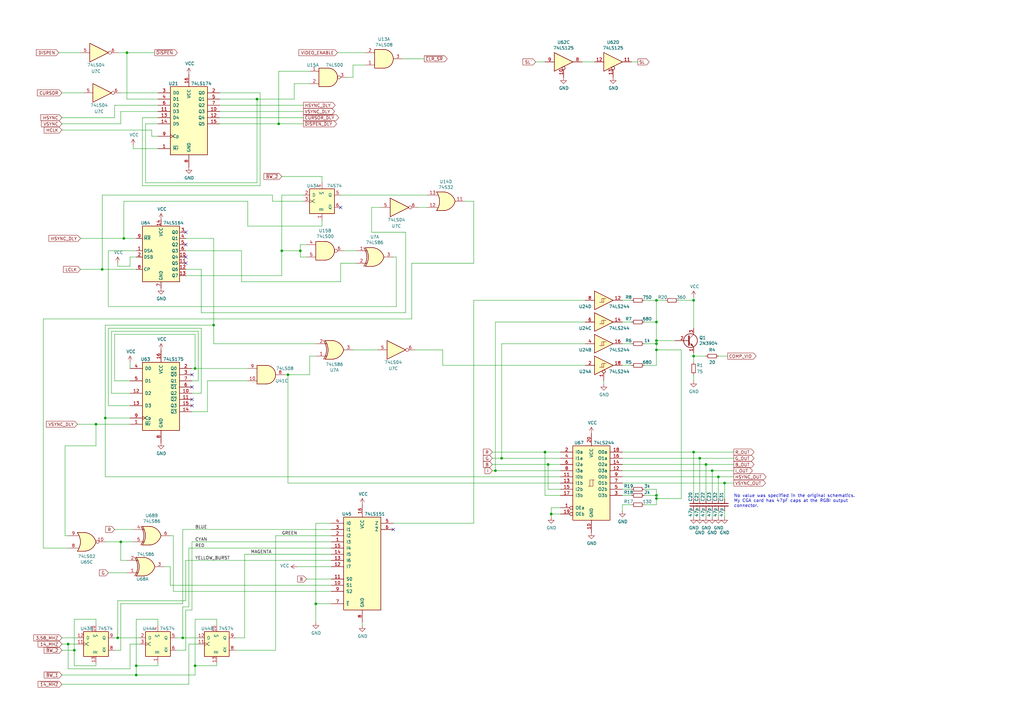
<source format=kicad_sch>
(kicad_sch (version 20230121) (generator eeschema)
  (paper "A3")
  (lib_symbols
    (symbol "74xx:74HC164"
      (property "Reference" "U" (at 1.905 -13.97 0))
      (property "Value" "74HC164" (at 1.905 -16.51 0))
      (symbol "74HC164_1_1"
        (pin input line (at -10.16 0 0) (length 2.54) (name "DSA") (number "1"))
        (pin output line (at 10.16 -2.54 180) (length 2.54) (name "Q4") (number "10"))
        (pin output line (at 10.16 -5.08 180) (length 2.54) (name "Q5") (number "11"))
        (pin output line (at 10.16 -7.62 180) (length 2.54) (name "Q6") (number "12"))
        (pin output line (at 10.16 -10.16 180) (length 2.54) (name "Q7") (number "13"))
        (pin power_in line (at 0 12.7 270) (length 2.54) (name "VCC") (number "14"))
        (pin input line (at -10.16 -2.54 0) (length 2.54) (name "DSB") (number "2"))
        (pin output line (at 10.16 7.62 180) (length 2.54) (name "Q0") (number "3"))
        (pin output line (at 10.16 5.08 180) (length 2.54) (name "Q1") (number "4"))
        (pin output line (at 10.16 2.54 180) (length 2.54) (name "Q2") (number "5"))
        (pin output line (at 10.16 0 180) (length 2.54) (name "Q3") (number "6"))
        (pin power_in line (at 0 -15.24 90) (length 2.54) (name "GND") (number "7"))
        (pin input line (at -10.16 -7.62 0) (length 2.54) (name "CP") (number "8"))
        (pin input line (at -10.16 5.08 0) (length 2.54) (name "~{MR}") (number "9"))
      )
    )
    (symbol "74xx:74LS00" (pin_names (offset 1.016))
      (property "Reference" "U" (at 0 1.27 0))
      (property "Value" "74LS00" (at 0 -1.27 0))
      (symbol "74LS00_1_1"
        (pin input line (at -7.62 2.54 0) (length 3.81) (name "~") (number "1"))
        (pin input line (at -7.62 -2.54 0) (length 3.81) (name "~") (number "2"))
        (pin output inverted (at 7.62 0 180) (length 3.81) (name "~") (number "3"))
      )
      (symbol "74LS00_1_2"
        (pin input inverted (at -7.62 2.54 0) (length 4.318) (name "~") (number "1"))
        (pin input inverted (at -7.62 -2.54 0) (length 4.318) (name "~") (number "2"))
        (pin output line (at 7.62 0 180) (length 3.81) (name "~") (number "3"))
      )
      (symbol "74LS00_2_1"
        (pin input line (at -7.62 2.54 0) (length 3.81) (name "~") (number "4"))
        (pin input line (at -7.62 -2.54 0) (length 3.81) (name "~") (number "5"))
        (pin output inverted (at 7.62 0 180) (length 3.81) (name "~") (number "6"))
      )
      (symbol "74LS00_2_2"
        (pin input inverted (at -7.62 2.54 0) (length 4.318) (name "~") (number "4"))
        (pin input inverted (at -7.62 -2.54 0) (length 4.318) (name "~") (number "5"))
        (pin output line (at 7.62 0 180) (length 3.81) (name "~") (number "6"))
      )
      (symbol "74LS00_3_1"
        (pin input line (at -7.62 -2.54 0) (length 3.81) (name "~") (number "10"))
        (pin output inverted (at 7.62 0 180) (length 3.81) (name "~") (number "8"))
        (pin input line (at -7.62 2.54 0) (length 3.81) (name "~") (number "9"))
      )
      (symbol "74LS00_3_2"
        (pin input inverted (at -7.62 -2.54 0) (length 4.318) (name "~") (number "10"))
        (pin output line (at 7.62 0 180) (length 3.81) (name "~") (number "8"))
        (pin input inverted (at -7.62 2.54 0) (length 4.318) (name "~") (number "9"))
      )
      (symbol "74LS00_4_1"
        (pin output inverted (at 7.62 0 180) (length 3.81) (name "~") (number "11"))
        (pin input line (at -7.62 2.54 0) (length 3.81) (name "~") (number "12"))
        (pin input line (at -7.62 -2.54 0) (length 3.81) (name "~") (number "13"))
      )
      (symbol "74LS00_4_2"
        (pin output line (at 7.62 0 180) (length 3.81) (name "~") (number "11"))
        (pin input inverted (at -7.62 2.54 0) (length 4.318) (name "~") (number "12"))
        (pin input inverted (at -7.62 -2.54 0) (length 4.318) (name "~") (number "13"))
      )
      (symbol "74LS00_5_0"
        (pin power_in line (at 0 12.7 270) (length 5.08) (name "VCC") (number "14"))
        (pin power_in line (at 0 -12.7 90) (length 5.08) (name "GND") (number "7"))
      )
    )
    (symbol "74xx:74LS02" (pin_names (offset 1.016))
      (property "Reference" "U" (at 0 1.27 0))
      (property "Value" "74LS02" (at 0 -1.27 0))
      (symbol "74LS02_1_1"
        (pin output inverted (at 7.62 0 180) (length 3.81) (name "~") (number "1"))
        (pin input line (at -7.62 2.54 0) (length 4.318) (name "~") (number "2"))
        (pin input line (at -7.62 -2.54 0) (length 4.318) (name "~") (number "3"))
      )
      (symbol "74LS02_1_2"
        (pin output line (at 7.62 0 180) (length 3.81) (name "~") (number "1"))
        (pin input inverted (at -7.62 2.54 0) (length 3.81) (name "~") (number "2"))
        (pin input inverted (at -7.62 -2.54 0) (length 3.81) (name "~") (number "3"))
      )
      (symbol "74LS02_2_1"
        (pin output inverted (at 7.62 0 180) (length 3.81) (name "~") (number "4"))
        (pin input line (at -7.62 2.54 0) (length 4.318) (name "~") (number "5"))
        (pin input line (at -7.62 -2.54 0) (length 4.318) (name "~") (number "6"))
      )
      (symbol "74LS02_2_2"
        (pin output line (at 7.62 0 180) (length 3.81) (name "~") (number "4"))
        (pin input inverted (at -7.62 2.54 0) (length 3.81) (name "~") (number "5"))
        (pin input inverted (at -7.62 -2.54 0) (length 3.81) (name "~") (number "6"))
      )
      (symbol "74LS02_3_1"
        (pin output inverted (at 7.62 0 180) (length 3.81) (name "~") (number "10"))
        (pin input line (at -7.62 2.54 0) (length 4.318) (name "~") (number "8"))
        (pin input line (at -7.62 -2.54 0) (length 4.318) (name "~") (number "9"))
      )
      (symbol "74LS02_3_2"
        (pin output line (at 7.62 0 180) (length 3.81) (name "~") (number "10"))
        (pin input inverted (at -7.62 2.54 0) (length 3.81) (name "~") (number "8"))
        (pin input inverted (at -7.62 -2.54 0) (length 3.81) (name "~") (number "9"))
      )
      (symbol "74LS02_4_1"
        (pin input line (at -7.62 2.54 0) (length 4.318) (name "~") (number "11"))
        (pin input line (at -7.62 -2.54 0) (length 4.318) (name "~") (number "12"))
        (pin output inverted (at 7.62 0 180) (length 3.81) (name "~") (number "13"))
      )
      (symbol "74LS02_4_2"
        (pin input inverted (at -7.62 2.54 0) (length 3.81) (name "~") (number "11"))
        (pin input inverted (at -7.62 -2.54 0) (length 3.81) (name "~") (number "12"))
        (pin output line (at 7.62 0 180) (length 3.81) (name "~") (number "13"))
      )
      (symbol "74LS02_5_0"
        (pin power_in line (at 0 12.7 270) (length 5.08) (name "VCC") (number "14"))
        (pin power_in line (at 0 -12.7 90) (length 5.08) (name "GND") (number "7"))
      )
    )
    (symbol "74xx:74LS04"
      (property "Reference" "U" (at 0 1.27 0))
      (property "Value" "74LS04" (at 0 -1.27 0))
      (symbol "74LS04_1_0"
        (pin input line (at -7.62 0 0) (length 3.81) (name "~") (number "1"))
        (pin output inverted (at 7.62 0 180) (length 3.81) (name "~") (number "2"))
      )
      (symbol "74LS04_2_0"
        (pin input line (at -7.62 0 0) (length 3.81) (name "~") (number "3"))
        (pin output inverted (at 7.62 0 180) (length 3.81) (name "~") (number "4"))
      )
      (symbol "74LS04_3_0"
        (pin input line (at -7.62 0 0) (length 3.81) (name "~") (number "5"))
        (pin output inverted (at 7.62 0 180) (length 3.81) (name "~") (number "6"))
      )
      (symbol "74LS04_4_0"
        (pin output inverted (at 7.62 0 180) (length 3.81) (name "~") (number "8"))
        (pin input line (at -7.62 0 0) (length 3.81) (name "~") (number "9"))
      )
      (symbol "74LS04_5_0"
        (pin output inverted (at 7.62 0 180) (length 3.81) (name "~") (number "10"))
        (pin input line (at -7.62 0 0) (length 3.81) (name "~") (number "11"))
      )
      (symbol "74LS04_6_0"
        (pin output inverted (at 7.62 0 180) (length 3.81) (name "~") (number "12"))
        (pin input line (at -7.62 0 0) (length 3.81) (name "~") (number "13"))
      )
      (symbol "74LS04_7_0"
        (pin power_in line (at 0 12.7 270) (length 5.08) (name "VCC") (number "14"))
        (pin power_in line (at 0 -12.7 90) (length 5.08) (name "GND") (number "7"))
      )
    )
    (symbol "74xx:74LS08" (pin_names (offset 1.016))
      (property "Reference" "U" (at 0 1.27 0))
      (property "Value" "74LS08" (at 0 -1.27 0))
      (symbol "74LS08_1_1"
        (pin input line (at -7.62 2.54 0) (length 3.81) (name "~") (number "1"))
        (pin input line (at -7.62 -2.54 0) (length 3.81) (name "~") (number "2"))
        (pin output line (at 7.62 0 180) (length 3.81) (name "~") (number "3"))
      )
      (symbol "74LS08_1_2"
        (pin input inverted (at -7.62 2.54 0) (length 4.318) (name "~") (number "1"))
        (pin input inverted (at -7.62 -2.54 0) (length 4.318) (name "~") (number "2"))
        (pin output inverted (at 7.62 0 180) (length 3.81) (name "~") (number "3"))
      )
      (symbol "74LS08_2_1"
        (pin input line (at -7.62 2.54 0) (length 3.81) (name "~") (number "4"))
        (pin input line (at -7.62 -2.54 0) (length 3.81) (name "~") (number "5"))
        (pin output line (at 7.62 0 180) (length 3.81) (name "~") (number "6"))
      )
      (symbol "74LS08_2_2"
        (pin input inverted (at -7.62 2.54 0) (length 4.318) (name "~") (number "4"))
        (pin input inverted (at -7.62 -2.54 0) (length 4.318) (name "~") (number "5"))
        (pin output inverted (at 7.62 0 180) (length 3.81) (name "~") (number "6"))
      )
      (symbol "74LS08_3_1"
        (pin input line (at -7.62 -2.54 0) (length 3.81) (name "~") (number "10"))
        (pin output line (at 7.62 0 180) (length 3.81) (name "~") (number "8"))
        (pin input line (at -7.62 2.54 0) (length 3.81) (name "~") (number "9"))
      )
      (symbol "74LS08_3_2"
        (pin input inverted (at -7.62 -2.54 0) (length 4.318) (name "~") (number "10"))
        (pin output inverted (at 7.62 0 180) (length 3.81) (name "~") (number "8"))
        (pin input inverted (at -7.62 2.54 0) (length 4.318) (name "~") (number "9"))
      )
      (symbol "74LS08_4_1"
        (pin output line (at 7.62 0 180) (length 3.81) (name "~") (number "11"))
        (pin input line (at -7.62 2.54 0) (length 3.81) (name "~") (number "12"))
        (pin input line (at -7.62 -2.54 0) (length 3.81) (name "~") (number "13"))
      )
      (symbol "74LS08_4_2"
        (pin output inverted (at 7.62 0 180) (length 3.81) (name "~") (number "11"))
        (pin input inverted (at -7.62 2.54 0) (length 4.318) (name "~") (number "12"))
        (pin input inverted (at -7.62 -2.54 0) (length 4.318) (name "~") (number "13"))
      )
      (symbol "74LS08_5_0"
        (pin power_in line (at 0 12.7 270) (length 5.08) (name "VCC") (number "14"))
        (pin power_in line (at 0 -12.7 90) (length 5.08) (name "GND") (number "7"))
      )
    )
    (symbol "74xx:74LS125" (pin_names (offset 1.016))
      (property "Reference" "U" (at 0 1.27 0))
      (property "Value" "74LS125" (at 0 -1.27 0))
      (symbol "74LS125_1_0"
        (pin input inverted (at 0 -6.35 90) (length 4.445) (name "~") (number "1"))
        (pin input line (at -7.62 0 0) (length 3.81) (name "~") (number "2"))
        (pin tri_state line (at 7.62 0 180) (length 3.81) (name "~") (number "3"))
      )
      (symbol "74LS125_2_0"
        (pin input inverted (at 0 -6.35 90) (length 4.445) (name "~") (number "4"))
        (pin input line (at -7.62 0 0) (length 3.81) (name "~") (number "5"))
        (pin tri_state line (at 7.62 0 180) (length 3.81) (name "~") (number "6"))
      )
      (symbol "74LS125_3_0"
        (pin input inverted (at 0 -6.35 90) (length 4.445) (name "~") (number "10"))
        (pin tri_state line (at 7.62 0 180) (length 3.81) (name "~") (number "8"))
        (pin input line (at -7.62 0 0) (length 3.81) (name "~") (number "9"))
      )
      (symbol "74LS125_4_0"
        (pin tri_state line (at 7.62 0 180) (length 3.81) (name "~") (number "11"))
        (pin input line (at -7.62 0 0) (length 3.81) (name "~") (number "12"))
        (pin input inverted (at 0 -6.35 90) (length 4.445) (name "~") (number "13"))
      )
      (symbol "74LS125_5_0"
        (pin power_in line (at 0 12.7 270) (length 5.08) (name "VCC") (number "14"))
        (pin power_in line (at 0 -12.7 90) (length 5.08) (name "GND") (number "7"))
      )
    )
    (symbol "74xx:74LS151" (pin_names (offset 1.016))
      (property "Reference" "U" (at -7.62 19.05 0))
      (property "Value" "74LS151" (at -7.62 -21.59 0))
      (symbol "74LS151_1_0"
        (pin input line (at -12.7 7.62 0) (length 5.08) (name "I3") (number "1"))
        (pin input line (at -12.7 -10.16 0) (length 5.08) (name "S1") (number "10"))
        (pin input line (at -12.7 -7.62 0) (length 5.08) (name "S0") (number "11"))
        (pin input line (at -12.7 -2.54 0) (length 5.08) (name "I7") (number "12"))
        (pin input line (at -12.7 0 0) (length 5.08) (name "I6") (number "13"))
        (pin input line (at -12.7 2.54 0) (length 5.08) (name "I5") (number "14"))
        (pin input line (at -12.7 5.08 0) (length 5.08) (name "I4") (number "15"))
        (pin power_in line (at 0 22.86 270) (length 5.08) (name "VCC") (number "16"))
        (pin input line (at -12.7 10.16 0) (length 5.08) (name "I2") (number "2"))
        (pin input line (at -12.7 12.7 0) (length 5.08) (name "I1") (number "3"))
        (pin input line (at -12.7 15.24 0) (length 5.08) (name "I0") (number "4"))
        (pin output line (at 12.7 15.24 180) (length 5.08) (name "Z") (number "5"))
        (pin output line (at 12.7 12.7 180) (length 5.08) (name "~{Z}") (number "6"))
        (pin input line (at -12.7 -17.78 0) (length 5.08) (name "~{E}") (number "7"))
        (pin power_in line (at 0 -25.4 90) (length 5.08) (name "GND") (number "8"))
        (pin input line (at -12.7 -12.7 0) (length 5.08) (name "S2") (number "9"))
      )
    )
    (symbol "74xx:74LS174" (pin_names (offset 1.016))
      (property "Reference" "U" (at -7.62 13.97 0))
      (property "Value" "74LS174" (at -7.62 -16.51 0))
      (symbol "74LS174_1_0"
        (pin input line (at -12.7 -12.7 0) (length 5.08) (name "~{Mr}") (number "1"))
        (pin output line (at 12.7 2.54 180) (length 5.08) (name "Q3") (number "10"))
        (pin input line (at -12.7 2.54 0) (length 5.08) (name "D3") (number "11"))
        (pin output line (at 12.7 0 180) (length 5.08) (name "Q4") (number "12"))
        (pin input line (at -12.7 0 0) (length 5.08) (name "D4") (number "13"))
        (pin input line (at -12.7 -2.54 0) (length 5.08) (name "D5") (number "14"))
        (pin output line (at 12.7 -2.54 180) (length 5.08) (name "Q5") (number "15"))
        (pin power_in line (at 0 17.78 270) (length 5.08) (name "VCC") (number "16"))
        (pin output line (at 12.7 10.16 180) (length 5.08) (name "Q0") (number "2"))
        (pin input line (at -12.7 10.16 0) (length 5.08) (name "D0") (number "3"))
        (pin input line (at -12.7 7.62 0) (length 5.08) (name "D1") (number "4"))
        (pin output line (at 12.7 7.62 180) (length 5.08) (name "Q1") (number "5"))
        (pin input line (at -12.7 5.08 0) (length 5.08) (name "D2") (number "6"))
        (pin output line (at 12.7 5.08 180) (length 5.08) (name "Q2") (number "7"))
        (pin power_in line (at 0 -20.32 90) (length 5.08) (name "GND") (number "8"))
        (pin input clock (at -12.7 -7.62 0) (length 5.08) (name "Cp") (number "9"))
      )
    )
    (symbol "74xx:74LS175" (pin_names (offset 1.016))
      (property "Reference" "U" (at -7.62 13.97 0))
      (property "Value" "74LS175" (at -7.62 -16.51 0))
      (symbol "74LS175_1_0"
        (pin input line (at -12.7 -12.7 0) (length 5.08) (name "~{Mr}") (number "1"))
        (pin output line (at 12.7 0 180) (length 5.08) (name "Q2") (number "10"))
        (pin output line (at 12.7 -2.54 180) (length 5.08) (name "~{Q2}") (number "11"))
        (pin input line (at -12.7 0 0) (length 5.08) (name "D2") (number "12"))
        (pin input line (at -12.7 -5.08 0) (length 5.08) (name "D3") (number "13"))
        (pin output line (at 12.7 -7.62 180) (length 5.08) (name "~{Q3}") (number "14"))
        (pin output line (at 12.7 -5.08 180) (length 5.08) (name "Q3") (number "15"))
        (pin power_in line (at 0 17.78 270) (length 5.08) (name "VCC") (number "16"))
        (pin output line (at 12.7 10.16 180) (length 5.08) (name "Q0") (number "2"))
        (pin output line (at 12.7 7.62 180) (length 5.08) (name "~{Q0}") (number "3"))
        (pin input line (at -12.7 10.16 0) (length 5.08) (name "D0") (number "4"))
        (pin input line (at -12.7 5.08 0) (length 5.08) (name "D1") (number "5"))
        (pin output line (at 12.7 2.54 180) (length 5.08) (name "~{Q1}") (number "6"))
        (pin output line (at 12.7 5.08 180) (length 5.08) (name "Q1") (number "7"))
        (pin power_in line (at 0 -20.32 90) (length 5.08) (name "GND") (number "8"))
        (pin input clock (at -12.7 -10.16 0) (length 5.08) (name "Cp") (number "9"))
      )
    )
    (symbol "74xx:74LS244" (pin_names (offset 1.016))
      (property "Reference" "U" (at -7.62 16.51 0))
      (property "Value" "74LS244" (at -7.62 -16.51 0))
      (symbol "74LS244_1_0"
        (pin input inverted (at -12.7 -10.16 0) (length 5.08) (name "OEa") (number "1"))
        (pin power_in line (at 0 -20.32 90) (length 5.08) (name "GND") (number "10"))
        (pin input line (at -12.7 2.54 0) (length 5.08) (name "I0b") (number "11"))
        (pin tri_state line (at 12.7 5.08 180) (length 5.08) (name "O3a") (number "12"))
        (pin input line (at -12.7 0 0) (length 5.08) (name "I1b") (number "13"))
        (pin tri_state line (at 12.7 7.62 180) (length 5.08) (name "O2a") (number "14"))
        (pin input line (at -12.7 -2.54 0) (length 5.08) (name "I2b") (number "15"))
        (pin tri_state line (at 12.7 10.16 180) (length 5.08) (name "O1a") (number "16"))
        (pin input line (at -12.7 -5.08 0) (length 5.08) (name "I3b") (number "17"))
        (pin tri_state line (at 12.7 12.7 180) (length 5.08) (name "O0a") (number "18"))
        (pin input inverted (at -12.7 -12.7 0) (length 5.08) (name "OEb") (number "19"))
        (pin input line (at -12.7 12.7 0) (length 5.08) (name "I0a") (number "2"))
        (pin power_in line (at 0 20.32 270) (length 5.08) (name "VCC") (number "20"))
        (pin tri_state line (at 12.7 -5.08 180) (length 5.08) (name "O3b") (number "3"))
        (pin input line (at -12.7 10.16 0) (length 5.08) (name "I1a") (number "4"))
        (pin tri_state line (at 12.7 -2.54 180) (length 5.08) (name "O2b") (number "5"))
        (pin input line (at -12.7 7.62 0) (length 5.08) (name "I2a") (number "6"))
        (pin tri_state line (at 12.7 0 180) (length 5.08) (name "O1b") (number "7"))
        (pin input line (at -12.7 5.08 0) (length 5.08) (name "I3a") (number "8"))
        (pin tri_state line (at 12.7 2.54 180) (length 5.08) (name "O0b") (number "9"))
      )
    )
    (symbol "74xx:74LS244_Split"
      (property "Reference" "U" (at 0 1.27 0))
      (property "Value" "74LS244_Split" (at 0 -1.27 0))
      (symbol "74LS244_Split_1_0"
        (pin input inverted (at 0 -6.35 90) (length 4.445) (name "~") (number "1"))
        (pin tri_state line (at 7.62 0 180) (length 3.81) (name "~") (number "18"))
        (pin input line (at -7.62 0 0) (length 3.81) (name "~") (number "2"))
      )
      (symbol "74LS244_Split_2_0"
        (pin tri_state line (at 7.62 0 180) (length 3.81) (name "~") (number "16"))
        (pin input line (at -7.62 0 0) (length 3.81) (name "~") (number "4"))
      )
      (symbol "74LS244_Split_3_0"
        (pin tri_state line (at 7.62 0 180) (length 3.81) (name "~") (number "14"))
        (pin input line (at -7.62 0 0) (length 3.81) (name "~") (number "6"))
      )
      (symbol "74LS244_Split_4_0"
        (pin tri_state line (at 7.62 0 180) (length 3.81) (name "~") (number "12"))
        (pin input line (at -7.62 0 0) (length 3.81) (name "~") (number "8"))
      )
      (symbol "74LS244_Split_5_0"
        (pin input line (at -7.62 0 0) (length 3.81) (name "~") (number "11"))
        (pin input inverted (at 0 -6.35 90) (length 4.445) (name "~") (number "19"))
        (pin tri_state line (at 7.62 0 180) (length 3.81) (name "~") (number "9"))
      )
      (symbol "74LS244_Split_6_0"
        (pin input line (at -7.62 0 0) (length 3.81) (name "~") (number "13"))
        (pin tri_state line (at 7.62 0 180) (length 3.81) (name "~") (number "7"))
      )
      (symbol "74LS244_Split_7_0"
        (pin input line (at -7.62 0 0) (length 3.81) (name "~") (number "15"))
        (pin tri_state line (at 7.62 0 180) (length 3.81) (name "~") (number "5"))
      )
      (symbol "74LS244_Split_8_0"
        (pin input line (at -7.62 0 0) (length 3.81) (name "~") (number "17"))
        (pin tri_state line (at 7.62 0 180) (length 3.81) (name "~") (number "3"))
      )
      (symbol "74LS244_Split_9_0"
        (pin power_in line (at 0 -12.7 90) (length 5.08) (name "GND") (number "10"))
        (pin power_in line (at 0 12.7 270) (length 5.08) (name "VCC") (number "20"))
      )
    )
    (symbol "74xx:74LS32" (pin_names (offset 1.016))
      (property "Reference" "U" (at 0 1.27 0))
      (property "Value" "74LS32" (at 0 -1.27 0))
      (symbol "74LS32_1_1"
        (pin input line (at -7.62 2.54 0) (length 4.318) (name "~") (number "1"))
        (pin input line (at -7.62 -2.54 0) (length 4.318) (name "~") (number "2"))
        (pin output line (at 7.62 0 180) (length 3.81) (name "~") (number "3"))
      )
      (symbol "74LS32_1_2"
        (pin input inverted (at -7.62 2.54 0) (length 3.81) (name "~") (number "1"))
        (pin input inverted (at -7.62 -2.54 0) (length 3.81) (name "~") (number "2"))
        (pin output inverted (at 7.62 0 180) (length 3.81) (name "~") (number "3"))
      )
      (symbol "74LS32_2_1"
        (pin input line (at -7.62 2.54 0) (length 4.318) (name "~") (number "4"))
        (pin input line (at -7.62 -2.54 0) (length 4.318) (name "~") (number "5"))
        (pin output line (at 7.62 0 180) (length 3.81) (name "~") (number "6"))
      )
      (symbol "74LS32_2_2"
        (pin input inverted (at -7.62 2.54 0) (length 3.81) (name "~") (number "4"))
        (pin input inverted (at -7.62 -2.54 0) (length 3.81) (name "~") (number "5"))
        (pin output inverted (at 7.62 0 180) (length 3.81) (name "~") (number "6"))
      )
      (symbol "74LS32_3_1"
        (pin input line (at -7.62 -2.54 0) (length 4.318) (name "~") (number "10"))
        (pin output line (at 7.62 0 180) (length 3.81) (name "~") (number "8"))
        (pin input line (at -7.62 2.54 0) (length 4.318) (name "~") (number "9"))
      )
      (symbol "74LS32_3_2"
        (pin input inverted (at -7.62 -2.54 0) (length 3.81) (name "~") (number "10"))
        (pin output inverted (at 7.62 0 180) (length 3.81) (name "~") (number "8"))
        (pin input inverted (at -7.62 2.54 0) (length 3.81) (name "~") (number "9"))
      )
      (symbol "74LS32_4_1"
        (pin output line (at 7.62 0 180) (length 3.81) (name "~") (number "11"))
        (pin input line (at -7.62 2.54 0) (length 4.318) (name "~") (number "12"))
        (pin input line (at -7.62 -2.54 0) (length 4.318) (name "~") (number "13"))
      )
      (symbol "74LS32_4_2"
        (pin output inverted (at 7.62 0 180) (length 3.81) (name "~") (number "11"))
        (pin input inverted (at -7.62 2.54 0) (length 3.81) (name "~") (number "12"))
        (pin input inverted (at -7.62 -2.54 0) (length 3.81) (name "~") (number "13"))
      )
      (symbol "74LS32_5_0"
        (pin power_in line (at 0 12.7 270) (length 5.08) (name "VCC") (number "14"))
        (pin power_in line (at 0 -12.7 90) (length 5.08) (name "GND") (number "7"))
      )
    )
    (symbol "74xx:74LS74" (pin_names (offset 1.016))
      (property "Reference" "U" (at -7.62 8.89 0))
      (property "Value" "74LS74" (at -7.62 -8.89 0))
      (symbol "74LS74_1_0"
        (pin input line (at 0 -7.62 90) (length 2.54) (name "~{R}") (number "1"))
        (pin input line (at -7.62 2.54 0) (length 2.54) (name "D") (number "2"))
        (pin input clock (at -7.62 0 0) (length 2.54) (name "C") (number "3"))
        (pin input line (at 0 7.62 270) (length 2.54) (name "~{S}") (number "4"))
        (pin output line (at 7.62 2.54 180) (length 2.54) (name "Q") (number "5"))
        (pin output line (at 7.62 -2.54 180) (length 2.54) (name "~{Q}") (number "6"))
      )
      (symbol "74LS74_2_0"
        (pin input line (at 0 7.62 270) (length 2.54) (name "~{S}") (number "10"))
        (pin input clock (at -7.62 0 0) (length 2.54) (name "C") (number "11"))
        (pin input line (at -7.62 2.54 0) (length 2.54) (name "D") (number "12"))
        (pin input line (at 0 -7.62 90) (length 2.54) (name "~{R}") (number "13"))
        (pin output line (at 7.62 -2.54 180) (length 2.54) (name "~{Q}") (number "8"))
        (pin output line (at 7.62 2.54 180) (length 2.54) (name "Q") (number "9"))
      )
      (symbol "74LS74_3_0"
        (pin power_in line (at 0 10.16 270) (length 2.54) (name "VCC") (number "14"))
        (pin power_in line (at 0 -10.16 90) (length 2.54) (name "GND") (number "7"))
      )
    )
    (symbol "74xx:74LS86" (pin_names (offset 1.016))
      (property "Reference" "U" (at 0 1.27 0))
      (property "Value" "74LS86" (at 0 -1.27 0))
      (symbol "74LS86_1_0"
        (pin input line (at -7.62 2.54 0) (length 4.445) (name "~") (number "1"))
        (pin input line (at -7.62 -2.54 0) (length 4.445) (name "~") (number "2"))
        (pin output line (at 7.62 0 180) (length 3.81) (name "~") (number "3"))
      )
      (symbol "74LS86_2_0"
        (pin input line (at -7.62 2.54 0) (length 4.445) (name "~") (number "4"))
        (pin input line (at -7.62 -2.54 0) (length 4.445) (name "~") (number "5"))
        (pin output line (at 7.62 0 180) (length 3.81) (name "~") (number "6"))
      )
      (symbol "74LS86_3_0"
        (pin input line (at -7.62 -2.54 0) (length 4.445) (name "~") (number "10"))
        (pin output line (at 7.62 0 180) (length 3.81) (name "~") (number "8"))
        (pin input line (at -7.62 2.54 0) (length 4.445) (name "~") (number "9"))
      )
      (symbol "74LS86_4_0"
        (pin output line (at 7.62 0 180) (length 3.81) (name "~") (number "11"))
        (pin input line (at -7.62 2.54 0) (length 4.445) (name "~") (number "12"))
        (pin input line (at -7.62 -2.54 0) (length 4.445) (name "~") (number "13"))
      )
      (symbol "74LS86_5_0"
        (pin power_in line (at 0 12.7 270) (length 5.08) (name "VCC") (number "14"))
        (pin power_in line (at 0 -12.7 90) (length 5.08) (name "GND") (number "7"))
      )
    )
    (symbol "Device:C_Small" (pin_numbers hide) (pin_names (offset 0.254) hide)
      (property "Reference" "C" (at 0.254 1.778 0))
      (property "Value" "C_Small" (at 0.254 -2.032 0))
      (symbol "C_Small_1_1"
        (pin passive line (at 0 2.54 270) (length 2.032) (name "~") (number "1"))
        (pin passive line (at 0 -2.54 90) (length 2.032) (name "~") (number "2"))
      )
    )
    (symbol "Device:R_Small" (pin_numbers hide) (pin_names (offset 0.254) hide)
      (property "Reference" "R" (at 0.762 0.508 0))
      (property "Value" "R_Small" (at 0.762 -1.016 0))
      (symbol "R_Small_1_1"
        (pin passive line (at 0 2.54 270) (length 0.762) (name "~") (number "1"))
        (pin passive line (at 0 -2.54 90) (length 0.762) (name "~") (number "2"))
      )
    )
    (symbol "Transistor_BJT:2N3904" (pin_names (offset 0) hide)
      (property "Reference" "Q" (at 5.08 1.905 0))
      (property "Value" "2N3904" (at 5.08 0 0))
      (symbol "2N3904_1_1"
        (pin passive line (at 2.54 -5.08 90) (length 2.54) (name "E") (number "1"))
        (pin passive line (at -5.08 0 0) (length 5.715) (name "B") (number "2"))
        (pin passive line (at 2.54 5.08 270) (length 2.54) (name "C") (number "3"))
      )
    )
    (symbol "power:GND" (power) (pin_names (offset 0))
      (property "Value" "GND" (at 0 -3.81 0))
      (symbol "GND_1_1"
        (pin power_in line (at 0 0 270) (length 0) hide (name "GND") (number "1"))
      )
    )
    (symbol "power:VCC" (power) (pin_names (offset 0))
      (property "Value" "VCC" (at 0 3.81 0))
      (symbol "VCC_1_1"
        (pin power_in line (at 0 0 90) (length 0) hide (name "VCC") (number "1"))
      )
    )
  )
  (junction (at 115.57 102.87))
  (junction (at 52.07 21.59))
  (junction (at 49.53 222.25))
  (junction (at 205.74 187.96))
  (junction (at 118.11 153.67))
  (junction (at 129.54 247.65))
  (junction (at 292.1 193.04))
  (junction (at 123.19 102.87))
  (junction (at 30.48 266.7))
  (junction (at 284.48 146.05))
  (junction (at 287.02 187.96))
  (junction (at 297.18 198.12))
  (junction (at 39.37 173.99))
  (junction (at 80.01 273.05))
  (junction (at 41.91 110.49))
  (junction (at 294.64 195.58))
  (junction (at 269.24 123.19))
  (junction (at 50.8 97.79))
  (junction (at 289.56 190.5))
  (junction (at 105.41 40.64))
  (junction (at 284.48 185.42))
  (junction (at 269.24 204.47))
  (junction (at 43.18 171.45))
  (junction (at 48.26 261.62))
  (junction (at 269.24 139.7))
  (junction (at 203.2 193.04))
  (junction (at 224.79 190.5))
  (junction (at 284.48 123.19))
  (junction (at 74.93 261.62))
  (junction (at 223.52 185.42))
  (junction (at 27.94 264.16))
  (junction (at 269.24 203.2))
  (junction (at 55.88 273.05))
  (junction (at 114.3 50.8))
  (junction (at 80.01 151.13))
  (junction (at 269.24 140.97))
  (junction (at 87.63 133.35))
  (junction (at 269.24 132.08))
  (junction (at 269.24 143.51))
  (junction (at 55.88 276.86))
  (junction (at 226.06 210.82))
  (no_connect (at 76.2 107.95))
  (no_connect (at 78.74 158.75))
  (no_connect (at 78.74 153.67))
  (no_connect (at 78.74 163.83))
  (no_connect (at 76.2 95.25))
  (no_connect (at 139.7 85.09))
  (no_connect (at 76.2 100.33))
  (no_connect (at 161.29 217.17))
  (no_connect (at 76.2 105.41))
  (no_connect (at 78.74 166.37))
  (wire (pts (xy 269.24 132.08) (xy 269.24 139.7)))
  (wire (pts (xy 87.63 133.35) (xy 43.18 133.35)))
  (wire (pts (xy 287.02 187.96) (xy 287.02 204.47)))
  (wire (pts (xy 64.77 45.72) (xy 49.53 45.72)))
  (wire (pts (xy 78.74 222.25) (xy 135.89 222.25)))
  (wire (pts (xy 135.89 247.65) (xy 129.54 247.65)))
  (wire (pts (xy 54.61 59.69) (xy 54.61 60.96)))
  (wire (pts (xy 58.42 48.26) (xy 64.77 48.26)))
  (wire (pts (xy 129.54 214.63) (xy 129.54 247.65)))
  (wire (pts (xy 224.79 200.66) (xy 229.87 200.66)))
  (wire (pts (xy 62.23 55.88) (xy 62.23 53.34)))
  (wire (pts (xy 127 153.67) (xy 127 146.05)))
  (wire (pts (xy 101.6 82.55) (xy 101.6 92.71)))
  (wire (pts (xy 255.27 123.19) (xy 259.08 123.19)))
  (wire (pts (xy 118.11 198.12) (xy 118.11 153.67)))
  (wire (pts (xy 205.74 187.96) (xy 205.74 140.97)))
  (wire (pts (xy 113.03 266.7) (xy 113.03 219.71)))
  (wire (pts (xy 294.64 212.09) (xy 294.64 209.55)))
  (wire (pts (xy 39.37 173.99) (xy 53.34 173.99)))
  (wire (pts (xy 64.77 55.88) (xy 62.23 55.88)))
  (wire (pts (xy 96.52 266.7) (xy 113.03 266.7)))
  (wire (pts (xy 194.31 214.63) (xy 194.31 123.19)))
  (wire (pts (xy 53.34 105.41) (xy 53.34 109.22)))
  (wire (pts (xy 59.69 74.93) (xy 59.69 50.8)))
  (wire (pts (xy 114.3 50.8) (xy 124.46 50.8)))
  (wire (pts (xy 17.78 130.81) (xy 168.91 130.81)))
  (wire (pts (xy 111.76 80.01) (xy 111.76 82.55)))
  (wire (pts (xy 74.93 247.65) (xy 74.93 217.17)))
  (wire (pts (xy 269.24 204.47) (xy 279.4 204.47)))
  (wire (pts (xy 88.9 254) (xy 88.9 256.54)))
  (wire (pts (xy 269.24 123.19) (xy 269.24 132.08)))
  (wire (pts (xy 44.45 166.37) (xy 53.34 166.37)))
  (wire (pts (xy 223.52 203.2) (xy 229.87 203.2)))
  (wire (pts (xy 269.24 140.97) (xy 269.24 139.7)))
  (wire (pts (xy 27.94 219.71) (xy 26.67 219.71)))
  (wire (pts (xy 120.65 34.29) (xy 127 34.29)))
  (wire (pts (xy 205.74 187.96) (xy 229.87 187.96)))
  (wire (pts (xy 53.34 109.22) (xy 48.26 109.22)))
  (wire (pts (xy 30.48 266.7) (xy 30.48 273.05)))
  (wire (pts (xy 44.45 234.95) (xy 52.07 234.95)))
  (wire (pts (xy 201.93 187.96) (xy 205.74 187.96)))
  (wire (pts (xy 166.37 128.27) (xy 82.55 128.27)))
  (wire (pts (xy 46.99 43.18) (xy 46.99 48.26)))
  (wire (pts (xy 106.68 38.1) (xy 106.68 76.2)))
  (wire (pts (xy 223.52 185.42) (xy 223.52 203.2)))
  (wire (pts (xy 76.2 113.03) (xy 115.57 113.03)))
  (wire (pts (xy 129.54 247.65) (xy 129.54 255.27)))
  (wire (pts (xy 46.99 217.17) (xy 54.61 217.17)))
  (wire (pts (xy 99.06 102.87) (xy 99.06 115.57)))
  (wire (pts (xy 279.4 204.47) (xy 279.4 143.51)))
  (wire (pts (xy 255.27 185.42) (xy 284.48 185.42)))
  (wire (pts (xy 27.94 264.16) (xy 25.4 264.16)))
  (wire (pts (xy 87.63 97.79) (xy 87.63 133.35)))
  (wire (pts (xy 224.79 190.5) (xy 201.93 190.5)))
  (wire (pts (xy 46.99 156.21) (xy 53.34 156.21)))
  (wire (pts (xy 259.08 25.4) (xy 261.62 25.4)))
  (wire (pts (xy 43.18 195.58) (xy 43.18 171.45)))
  (wire (pts (xy 45.72 161.29) (xy 53.34 161.29)))
  (wire (pts (xy 115.57 113.03) (xy 115.57 102.87)))
  (wire (pts (xy 116.84 153.67) (xy 118.11 153.67)))
  (wire (pts (xy 49.53 229.87) (xy 49.53 222.25)))
  (wire (pts (xy 289.56 146.05) (xy 284.48 146.05)))
  (wire (pts (xy 90.17 43.18) (xy 124.46 43.18)))
  (wire (pts (xy 43.18 133.35) (xy 43.18 171.45)))
  (wire (pts (xy 284.48 123.19) (xy 284.48 121.92)))
  (wire (pts (xy 64.77 43.18) (xy 46.99 43.18)))
  (wire (pts (xy 287.02 187.96) (xy 300.99 187.96)))
  (wire (pts (xy 292.1 193.04) (xy 292.1 204.47)))
  (wire (pts (xy 100.33 227.33) (xy 135.89 227.33)))
  (wire (pts (xy 125.73 237.49) (xy 135.89 237.49)))
  (wire (pts (xy 25.4 38.1) (xy 34.29 38.1)))
  (wire (pts (xy 152.4 95.25) (xy 166.37 95.25)))
  (wire (pts (xy 82.55 161.29) (xy 82.55 134.62)))
  (wire (pts (xy 255.27 200.66) (xy 259.08 200.66)))
  (wire (pts (xy 264.16 207.01) (xy 269.24 207.01)))
  (wire (pts (xy 49.53 50.8) (xy 25.4 50.8)))
  (wire (pts (xy 78.74 151.13) (xy 80.01 151.13)))
  (wire (pts (xy 105.41 40.64) (xy 120.65 40.64)))
  (wire (pts (xy 139.7 115.57) (xy 139.7 107.95)))
  (wire (pts (xy 55.88 105.41) (xy 53.34 105.41)))
  (wire (pts (xy 53.34 274.32) (xy 53.34 264.16)))
  (wire (pts (xy 78.74 250.19) (xy 78.74 222.25)))
  (wire (pts (xy 25.4 266.7) (xy 30.48 266.7)))
  (wire (pts (xy 48.26 109.22) (xy 48.26 107.95)))
  (wire (pts (xy 43.18 171.45) (xy 53.34 171.45)))
  (wire (pts (xy 69.85 219.71) (xy 71.12 219.71)))
  (wire (pts (xy 156.21 85.09) (xy 152.4 85.09)))
  (wire (pts (xy 289.56 212.09) (xy 289.56 209.55)))
  (wire (pts (xy 55.88 273.05) (xy 55.88 254)))
  (wire (pts (xy 88.9 273.05) (xy 80.01 273.05)))
  (wire (pts (xy 139.7 80.01) (xy 175.26 80.01)))
  (wire (pts (xy 139.7 107.95) (xy 146.05 107.95)))
  (wire (pts (xy 278.13 123.19) (xy 284.48 123.19)))
  (wire (pts (xy 69.85 232.41) (xy 69.85 240.03)))
  (wire (pts (xy 138.43 21.59) (xy 149.86 21.59)))
  (wire (pts (xy 50.8 97.79) (xy 33.02 97.79)))
  (wire (pts (xy 48.26 261.62) (xy 57.15 261.62)))
  (wire (pts (xy 203.2 193.04) (xy 203.2 132.08)))
  (wire (pts (xy 255.27 195.58) (xy 294.64 195.58)))
  (wire (pts (xy 52.07 40.64) (xy 64.77 40.64)))
  (wire (pts (xy 85.09 156.21) (xy 101.6 156.21)))
  (wire (pts (xy 39.37 254) (xy 39.37 256.54)))
  (wire (pts (xy 224.79 190.5) (xy 224.79 200.66)))
  (wire (pts (xy 255.27 149.86) (xy 259.08 149.86)))
  (wire (pts (xy 39.37 182.88) (xy 39.37 173.99)))
  (wire (pts (xy 43.18 222.25) (xy 49.53 222.25)))
  (wire (pts (xy 72.39 261.62) (xy 74.93 261.62)))
  (wire (pts (xy 80.01 151.13) (xy 101.6 151.13)))
  (wire (pts (xy 76.2 246.38) (xy 76.2 229.87)))
  (wire (pts (xy 294.64 195.58) (xy 300.99 195.58)))
  (wire (pts (xy 114.3 29.21) (xy 114.3 50.8)))
  (wire (pts (xy 17.78 224.79) (xy 17.78 130.81)))
  (wire (pts (xy 96.52 261.62) (xy 100.33 261.62)))
  (wire (pts (xy 255.27 140.97) (xy 259.08 140.97)))
  (wire (pts (xy 82.55 134.62) (xy 44.45 134.62)))
  (wire (pts (xy 269.24 123.19) (xy 273.05 123.19)))
  (wire (pts (xy 52.07 21.59) (xy 63.5 21.59)))
  (wire (pts (xy 115.57 72.39) (xy 132.08 72.39)))
  (wire (pts (xy 99.06 115.57) (xy 139.7 115.57)))
  (wire (pts (xy 297.18 212.09) (xy 297.18 209.55)))
  (wire (pts (xy 135.89 224.79) (xy 77.47 224.79)))
  (wire (pts (xy 132.08 92.71) (xy 132.08 90.17)))
  (wire (pts (xy 30.48 273.05) (xy 39.37 273.05)))
  (wire (pts (xy 59.69 50.8) (xy 64.77 50.8)))
  (wire (pts (xy 297.18 198.12) (xy 297.18 204.47)))
  (wire (pts (xy 294.64 146.05) (xy 298.45 146.05)))
  (wire (pts (xy 113.03 219.71) (xy 135.89 219.71)))
  (wire (pts (xy 194.31 123.19) (xy 240.03 123.19)))
  (wire (pts (xy 284.48 185.42) (xy 300.99 185.42)))
  (wire (pts (xy 294.64 195.58) (xy 294.64 204.47)))
  (wire (pts (xy 148.59 255.27) (xy 148.59 256.54)))
  (wire (pts (xy 44.45 102.87) (xy 55.88 102.87)))
  (wire (pts (xy 64.77 273.05) (xy 55.88 273.05)))
  (wire (pts (xy 162.56 125.73) (xy 44.45 125.73)))
  (wire (pts (xy 140.97 102.87) (xy 146.05 102.87)))
  (wire (pts (xy 64.77 254) (xy 64.77 256.54)))
  (wire (pts (xy 269.24 149.86) (xy 269.24 143.51)))
  (wire (pts (xy 25.4 261.62) (xy 31.75 261.62)))
  (wire (pts (xy 54.61 60.96) (xy 64.77 60.96)))
  (wire (pts (xy 81.28 156.21) (xy 81.28 135.89)))
  (wire (pts (xy 125.73 100.33) (xy 123.19 100.33)))
  (wire (pts (xy 46.99 261.62) (xy 48.26 261.62)))
  (wire (pts (xy 264.16 200.66) (xy 269.24 200.66)))
  (wire (pts (xy 255.27 209.55) (xy 255.27 207.01)))
  (wire (pts (xy 24.13 21.59) (xy 33.02 21.59)))
  (wire (pts (xy 49.53 229.87) (xy 52.07 229.87)))
  (wire (pts (xy 269.24 204.47) (xy 269.24 207.01)))
  (wire (pts (xy 144.78 143.51) (xy 154.94 143.51)))
  (wire (pts (xy 80.01 273.05) (xy 80.01 254)))
  (wire (pts (xy 289.56 190.5) (xy 300.99 190.5)))
  (wire (pts (xy 50.8 97.79) (xy 50.8 82.55)))
  (wire (pts (xy 41.91 80.01) (xy 111.76 80.01)))
  (wire (pts (xy 76.2 266.7) (xy 76.2 250.19)))
  (wire (pts (xy 170.18 143.51) (xy 181.61 143.51)))
  (wire (pts (xy 55.88 97.79) (xy 50.8 97.79)))
  (wire (pts (xy 226.06 208.28) (xy 226.06 210.82)))
  (wire (pts (xy 81.28 135.89) (xy 45.72 135.89)))
  (wire (pts (xy 255.27 132.08) (xy 259.08 132.08)))
  (wire (pts (xy 72.39 266.7) (xy 76.2 266.7)))
  (wire (pts (xy 49.53 247.65) (xy 74.93 247.65)))
  (wire (pts (xy 44.45 125.73) (xy 44.45 102.87)))
  (wire (pts (xy 123.19 102.87) (xy 123.19 105.41)))
  (wire (pts (xy 77.47 264.16) (xy 81.28 264.16)))
  (wire (pts (xy 269.24 200.66) (xy 269.24 203.2)))
  (wire (pts (xy 52.07 21.59) (xy 52.07 40.64)))
  (wire (pts (xy 78.74 168.91) (xy 85.09 168.91)))
  (wire (pts (xy 264.16 132.08) (xy 269.24 132.08)))
  (wire (pts (xy 279.4 143.51) (xy 269.24 143.51)))
  (wire (pts (xy 289.56 190.5) (xy 289.56 204.47)))
  (wire (pts (xy 78.74 161.29) (xy 82.55 161.29)))
  (wire (pts (xy 123.19 100.33) (xy 123.19 102.87)))
  (wire (pts (xy 161.29 214.63) (xy 194.31 214.63)))
  (wire (pts (xy 194.31 107.95) (xy 168.91 107.95)))
  (wire (pts (xy 44.45 134.62) (xy 44.45 166.37)))
  (wire (pts (xy 53.34 264.16) (xy 57.15 264.16)))
  (wire (pts (xy 80.01 276.86) (xy 80.01 273.05)))
  (wire (pts (xy 26.67 219.71) (xy 26.67 182.88)))
  (wire (pts (xy 292.1 212.09) (xy 292.1 209.55)))
  (wire (pts (xy 85.09 168.91) (xy 85.09 156.21)))
  (wire (pts (xy 88.9 271.78) (xy 88.9 273.05)))
  (wire (pts (xy 135.89 232.41) (xy 121.92 232.41)))
  (wire (pts (xy 31.75 264.16) (xy 27.94 264.16)))
  (wire (pts (xy 127 146.05) (xy 129.54 146.05)))
  (wire (pts (xy 74.93 217.17) (xy 135.89 217.17)))
  (wire (pts (xy 100.33 261.62) (xy 100.33 227.33)))
  (wire (pts (xy 50.8 82.55) (xy 101.6 82.55)))
  (wire (pts (xy 144.78 31.75) (xy 144.78 26.67)))
  (wire (pts (xy 87.63 140.97) (xy 129.54 140.97)))
  (wire (pts (xy 229.87 195.58) (xy 43.18 195.58)))
  (wire (pts (xy 25.4 280.67) (xy 77.47 280.67)))
  (wire (pts (xy 71.12 242.57) (xy 135.89 242.57)))
  (wire (pts (xy 58.42 76.2) (xy 58.42 48.26)))
  (wire (pts (xy 87.63 133.35) (xy 87.63 140.97)))
  (wire (pts (xy 80.01 151.13) (xy 80.01 137.16)))
  (wire (pts (xy 255.27 203.2) (xy 259.08 203.2)))
  (wire (pts (xy 264.16 149.86) (xy 269.24 149.86)))
  (wire (pts (xy 90.17 48.26) (xy 124.46 48.26)))
  (wire (pts (xy 30.48 254) (xy 39.37 254)))
  (wire (pts (xy 26.67 182.88) (xy 39.37 182.88)))
  (wire (pts (xy 27.94 274.32) (xy 53.34 274.32)))
  (wire (pts (xy 27.94 264.16) (xy 27.94 274.32)))
  (wire (pts (xy 77.47 224.79) (xy 77.47 248.92)))
  (wire (pts (xy 264.16 140.97) (xy 269.24 140.97)))
  (wire (pts (xy 90.17 40.64) (xy 105.41 40.64)))
  (wire (pts (xy 229.87 208.28) (xy 226.06 208.28)))
  (wire (pts (xy 118.11 153.67) (xy 127 153.67)))
  (wire (pts (xy 55.88 110.49) (xy 41.91 110.49)))
  (wire (pts (xy 105.41 74.93) (xy 59.69 74.93)))
  (wire (pts (xy 269.24 139.7) (xy 276.86 139.7)))
  (wire (pts (xy 46.99 48.26) (xy 25.4 48.26)))
  (wire (pts (xy 48.26 261.62) (xy 48.26 246.38)))
  (wire (pts (xy 284.48 144.78) (xy 284.48 146.05)))
  (wire (pts (xy 82.55 110.49) (xy 76.2 110.49)))
  (wire (pts (xy 67.31 232.41) (xy 69.85 232.41)))
  (wire (pts (xy 76.2 97.79) (xy 87.63 97.79)))
  (wire (pts (xy 229.87 185.42) (xy 223.52 185.42)))
  (wire (pts (xy 101.6 92.71) (xy 132.08 92.71)))
  (wire (pts (xy 255.27 198.12) (xy 297.18 198.12)))
  (wire (pts (xy 229.87 198.12) (xy 118.11 198.12)))
  (wire (pts (xy 69.85 240.03) (xy 135.89 240.03)))
  (wire (pts (xy 41.91 110.49) (xy 41.91 80.01)))
  (wire (pts (xy 203.2 193.04) (xy 229.87 193.04)))
  (wire (pts (xy 74.93 248.92) (xy 77.47 248.92)))
  (wire (pts (xy 255.27 207.01) (xy 259.08 207.01)))
  (wire (pts (xy 190.5 82.55) (xy 194.31 82.55)))
  (wire (pts (xy 25.4 276.86) (xy 55.88 276.86)))
  (wire (pts (xy 161.29 105.41) (xy 162.56 105.41)))
  (wire (pts (xy 284.48 123.19) (xy 284.48 134.62)))
  (wire (pts (xy 269.24 203.2) (xy 269.24 204.47)))
  (wire (pts (xy 132.08 72.39) (xy 132.08 74.93)))
  (wire (pts (xy 168.91 107.95) (xy 168.91 130.81)))
  (wire (pts (xy 82.55 128.27) (xy 82.55 110.49)))
  (wire (pts (xy 31.75 173.99) (xy 39.37 173.99)))
  (wire (pts (xy 135.89 214.63) (xy 129.54 214.63)))
  (wire (pts (xy 142.24 31.75) (xy 144.78 31.75)))
  (wire (pts (xy 201.93 185.42) (xy 223.52 185.42)))
  (wire (pts (xy 46.99 266.7) (xy 49.53 266.7)))
  (wire (pts (xy 229.87 190.5) (xy 224.79 190.5)))
  (wire (pts (xy 123.19 102.87) (xy 115.57 102.87)))
  (wire (pts (xy 255.27 190.5) (xy 289.56 190.5)))
  (wire (pts (xy 39.37 273.05) (xy 39.37 271.78)))
  (wire (pts (xy 120.65 40.64) (xy 120.65 34.29)))
  (wire (pts (xy 255.27 193.04) (xy 292.1 193.04)))
  (wire (pts (xy 80.01 254) (xy 88.9 254)))
  (wire (pts (xy 74.93 261.62) (xy 74.93 248.92)))
  (wire (pts (xy 77.47 280.67) (xy 77.47 264.16)))
  (wire (pts (xy 55.88 276.86) (xy 55.88 273.05)))
  (wire (pts (xy 45.72 135.89) (xy 45.72 161.29)))
  (wire (pts (xy 123.19 105.41) (xy 125.73 105.41)))
  (wire (pts (xy 194.31 82.55) (xy 194.31 107.95)))
  (wire (pts (xy 49.53 222.25) (xy 54.61 222.25)))
  (wire (pts (xy 203.2 132.08) (xy 240.03 132.08)))
  (wire (pts (xy 71.12 219.71) (xy 71.12 242.57)))
  (wire (pts (xy 284.48 212.09) (xy 284.48 209.55)))
  (wire (pts (xy 201.93 193.04) (xy 203.2 193.04)))
  (wire (pts (xy 105.41 40.64) (xy 105.41 74.93)))
  (wire (pts (xy 269.24 143.51) (xy 269.24 140.97)))
  (wire (pts (xy 226.06 210.82) (xy 226.06 212.09)))
  (wire (pts (xy 144.78 26.67) (xy 149.86 26.67)))
  (wire (pts (xy 255.27 187.96) (xy 287.02 187.96)))
  (wire (pts (xy 181.61 143.51) (xy 181.61 149.86)))
  (wire (pts (xy 264.16 203.2) (xy 269.24 203.2)))
  (wire (pts (xy 229.87 210.82) (xy 226.06 210.82)))
  (wire (pts (xy 55.88 276.86) (xy 80.01 276.86)))
  (wire (pts (xy 76.2 102.87) (xy 99.06 102.87)))
  (wire (pts (xy 76.2 229.87) (xy 135.89 229.87)))
  (wire (pts (xy 53.34 151.13) (xy 53.34 148.59)))
  (wire (pts (xy 115.57 102.87) (xy 115.57 80.01)))
  (wire (pts (xy 30.48 266.7) (xy 30.48 254)))
  (wire (pts (xy 90.17 45.72) (xy 124.46 45.72)))
  (wire (pts (xy 64.77 271.78) (xy 64.77 273.05)))
  (wire (pts (xy 41.91 110.49) (xy 33.02 110.49)))
  (wire (pts (xy 76.2 250.19) (xy 78.74 250.19)))
  (wire (pts (xy 162.56 105.41) (xy 162.56 125.73)))
  (wire (pts (xy 247.65 157.48) (xy 247.65 156.21)))
  (wire (pts (xy 62.23 53.34) (xy 25.4 53.34)))
  (wire (pts (xy 46.99 137.16) (xy 46.99 156.21)))
  (wire (pts (xy 48.26 21.59) (xy 52.07 21.59)))
  (wire (pts (xy 205.74 140.97) (xy 240.03 140.97)))
  (wire (pts (xy 80.01 137.16) (xy 46.99 137.16)))
  (wire (pts (xy 48.26 246.38) (xy 76.2 246.38)))
  (wire (pts (xy 127 29.21) (xy 114.3 29.21)))
  (wire (pts (xy 219.71 25.4) (xy 223.52 25.4)))
  (wire (pts (xy 166.37 95.25) (xy 166.37 128.27)))
  (wire (pts (xy 49.53 45.72) (xy 49.53 50.8)))
  (wire (pts (xy 27.94 224.79) (xy 17.78 224.79)))
  (wire (pts (xy 111.76 82.55) (xy 124.46 82.55)))
  (wire (pts (xy 287.02 212.09) (xy 287.02 209.55)))
  (wire (pts (xy 284.48 185.42) (xy 284.48 204.47)))
  (wire (pts (xy 152.4 85.09) (xy 152.4 95.25)))
  (wire (pts (xy 90.17 50.8) (xy 114.3 50.8)))
  (wire (pts (xy 284.48 153.67) (xy 284.48 156.21)))
  (wire (pts (xy 90.17 38.1) (xy 106.68 38.1)))
  (wire (pts (xy 78.74 156.21) (xy 81.28 156.21)))
  (wire (pts (xy 238.76 25.4) (xy 243.84 25.4)))
  (wire (pts (xy 284.48 146.05) (xy 284.48 148.59)))
  (wire (pts (xy 49.53 38.1) (xy 64.77 38.1)))
  (wire (pts (xy 171.45 85.09) (xy 175.26 85.09)))
  (wire (pts (xy 115.57 80.01) (xy 124.46 80.01)))
  (wire (pts (xy 49.53 266.7) (xy 49.53 247.65)))
  (wire (pts (xy 74.93 261.62) (xy 81.28 261.62)))
  (wire (pts (xy 165.1 24.13) (xy 173.99 24.13)))
  (wire (pts (xy 297.18 198.12) (xy 300.99 198.12)))
  (wire (pts (xy 292.1 193.04) (xy 300.99 193.04)))
  (wire (pts (xy 106.68 76.2) (xy 58.42 76.2)))
  (wire (pts (xy 181.61 149.86) (xy 240.03 149.86)))
  (wire (pts (xy 264.16 123.19) (xy 269.24 123.19)))
  (wire (pts (xy 55.88 254) (xy 64.77 254)))
  (text "No value was specified in the original schematics.\nMy CGA card has 47pF caps at the RGBI output\nconnector." (at 300.99 208.28 0) (effects (font (size 1.27 1.27)) (justify left bottom)))
  (label "GREEN" (at 115.57 219.71 0))
  (label "YELLOW_BURST" (at 80.01 229.87 0))
  (label "CYAN" (at 80.01 222.25 0))
  (label "RED" (at 80.01 224.79 0))
  (label "MAGENTA" (at 102.87 227.33 0))
  (label "BLUE" (at 80.01 217.17 0))
  (global_label "G_OUT" (shape output) (at 300.99 187.96 0) (property "Intersheetrefs" "${INTERSHEET_REFS}" (effects hide)))
  (global_label "SL" (shape output) (at 261.62 25.4 0) (property "Intersheetrefs" "${INTERSHEET_REFS}" (effects hide)))
  (global_label "G" (shape input) (at 201.93 187.96 180) (property "Intersheetrefs" "${INTERSHEET_REFS}" (effects hide)))
  (global_label "R" (shape input) (at 46.99 217.17 180) (property "Intersheetrefs" "${INTERSHEET_REFS}" (effects hide)))
  (global_label "~{14_MHZ}" (shape input) (at 25.4 280.67 180) (property "Intersheetrefs" "${INTERSHEET_REFS}" (effects hide)))
  (global_label "SL'" (shape input) (at 219.71 25.4 180) (property "Intersheetrefs" "${INTERSHEET_REFS}" (effects hide)))
  (global_label "VSYNC" (shape input) (at 25.4 50.8 180) (property "Intersheetrefs" "${INTERSHEET_REFS}" (effects hide)))
  (global_label "B" (shape input) (at 201.93 190.5 180) (property "Intersheetrefs" "${INTERSHEET_REFS}" (effects hide)))
  (global_label "R" (shape input) (at 201.93 185.42 180) (property "Intersheetrefs" "${INTERSHEET_REFS}" (effects hide)))
  (global_label "HSYNC_OUT" (shape output) (at 300.99 195.58 0) (property "Intersheetrefs" "${INTERSHEET_REFS}" (effects hide)))
  (global_label "HSYNC_DLY" (shape output) (at 124.46 43.18 0) (property "Intersheetrefs" "${INTERSHEET_REFS}" (effects hide)))
  (global_label "CURSOR" (shape input) (at 25.4 38.1 180) (property "Intersheetrefs" "${INTERSHEET_REFS}" (effects hide)))
  (global_label "~{CLR_SR}" (shape output) (at 173.99 24.13 0) (property "Intersheetrefs" "${INTERSHEET_REFS}" (effects hide)))
  (global_label "3.58_MHZ" (shape input) (at 25.4 261.62 180) (property "Intersheetrefs" "${INTERSHEET_REFS}" (effects hide)))
  (global_label "HSYNC" (shape input) (at 25.4 48.26 180) (property "Intersheetrefs" "${INTERSHEET_REFS}" (effects hide)))
  (global_label "R_OUT" (shape output) (at 300.99 185.42 0) (property "Intersheetrefs" "${INTERSHEET_REFS}" (effects hide)))
  (global_label "~{BW_2}" (shape input) (at 25.4 266.7 180) (property "Intersheetrefs" "${INTERSHEET_REFS}" (effects hide)))
  (global_label "B_OUT" (shape output) (at 300.99 190.5 0) (property "Intersheetrefs" "${INTERSHEET_REFS}" (effects hide)))
  (global_label "VSYNC_DLY" (shape input) (at 31.75 173.99 180) (property "Intersheetrefs" "${INTERSHEET_REFS}" (effects hide)))
  (global_label "~{DISPEN_DLY}" (shape output) (at 124.46 50.8 0) (property "Intersheetrefs" "${INTERSHEET_REFS}" (effects hide)))
  (global_label "HCLK" (shape input) (at 25.4 53.34 180) (property "Intersheetrefs" "${INTERSHEET_REFS}" (effects hide)))
  (global_label "~{CURSOR_DLY}" (shape output) (at 124.46 48.26 0) (property "Intersheetrefs" "${INTERSHEET_REFS}" (effects hide)))
  (global_label "I" (shape input) (at 201.93 193.04 180) (property "Intersheetrefs" "${INTERSHEET_REFS}" (effects hide)))
  (global_label "VSYNC_OUT" (shape output) (at 300.99 198.12 0) (property "Intersheetrefs" "${INTERSHEET_REFS}" (effects hide)))
  (global_label "I_OUT" (shape output) (at 300.99 193.04 0) (property "Intersheetrefs" "${INTERSHEET_REFS}" (effects hide)))
  (global_label "~{BW_1}" (shape input) (at 25.4 276.86 180) (property "Intersheetrefs" "${INTERSHEET_REFS}" (effects hide)))
  (global_label "B" (shape input) (at 125.73 237.49 180) (property "Intersheetrefs" "${INTERSHEET_REFS}" (effects hide)))
  (global_label "COMP_VID" (shape output) (at 298.45 146.05 0) (property "Intersheetrefs" "${INTERSHEET_REFS}" (effects hide)))
  (global_label "~{BW_2}" (shape input) (at 115.57 72.39 180) (property "Intersheetrefs" "${INTERSHEET_REFS}" (effects hide)))
  (global_label "LCLK" (shape input) (at 33.02 110.49 180) (property "Intersheetrefs" "${INTERSHEET_REFS}" (effects hide)))
  (global_label "DISPEN" (shape input) (at 24.13 21.59 180) (property "Intersheetrefs" "${INTERSHEET_REFS}" (effects hide)))
  (global_label "VSYNC_DLY" (shape output) (at 124.46 45.72 0) (property "Intersheetrefs" "${INTERSHEET_REFS}" (effects hide)))
  (global_label "VIDEO_ENABLE" (shape input) (at 138.43 21.59 180) (property "Intersheetrefs" "${INTERSHEET_REFS}" (effects hide)))
  (global_label "14_MHZ" (shape input) (at 25.4 264.16 180) (property "Intersheetrefs" "${INTERSHEET_REFS}" (effects hide)))
  (global_label "G" (shape input) (at 44.45 234.95 180) (property "Intersheetrefs" "${INTERSHEET_REFS}" (effects hide)))
  (global_label "~{DISPEN}" (shape output) (at 63.5 21.59 0) (property "Intersheetrefs" "${INTERSHEET_REFS}" (effects hide)))
  (global_label "HSYNC_DLY" (shape input) (at 33.02 97.79 180) (property "Intersheetrefs" "${INTERSHEET_REFS}" (effects hide)))
  (symbol (lib_id "74xx:74LS244_Split") (at 247.65 149.86 0) (unit 1)
    (property "Reference" "U24" (at 240.03 152.4 0))
    (property "Value" "74LS244" (at 254 152.4 0))
    (property "Footprint" "Package_DIP:DIP-20_W7.62mm_LongPads" (effects hide))
    (property "Datasheet" "http://www.ti.com/lit/ds/symlink/sn74ls241.pdf" (effects hide))
    (instances (project "ISA_CGA" (path "" (reference "U24") (unit 1)) (path "" (reference "U?") (unit 8))))
  )
  (symbol (lib_id "power:GND") (at 247.65 157.48 0) (unit 1)
    (property "Reference" "#PWR0154" (effects hide))
    (property "Value" "GND" (at 247.777 161.8742 0))
  )
  (symbol (lib_id "74xx:74LS244_Split") (at 247.65 140.97 0) (unit 2)
    (property "Reference" "U24" (at 240.03 143.51 0))
    (property "Value" "74LS244" (at 254 143.51 0))
    (property "Footprint" "Package_DIP:DIP-20_W7.62mm_LongPads" (effects hide))
    (property "Datasheet" "http://www.ti.com/lit/ds/symlink/sn74ls241.pdf" (effects hide))
    (instances (project "ISA_CGA" (path "" (reference "U24") (unit 2)) (path "" (reference "U?") (unit 8))))
  )
  (symbol (lib_id "74xx:74LS244_Split") (at 247.65 132.08 0) (unit 3)
    (property "Reference" "U24" (at 240.03 134.62 0))
    (property "Value" "74LS244" (at 254 134.62 0))
    (property "Footprint" "Package_DIP:DIP-20_W7.62mm_LongPads" (effects hide))
    (property "Datasheet" "http://www.ti.com/lit/ds/symlink/sn74ls241.pdf" (effects hide))
    (instances (project "ISA_CGA" (path "" (reference "U24") (unit 3)) (path "" (reference "U?") (unit 8))))
  )
  (symbol (lib_id "74xx:74LS244_Split") (at 247.65 123.19 0) (unit 4)
    (property "Reference" "U24" (at 240.03 125.73 0))
    (property "Value" "74LS244" (at 254 125.73 0))
    (property "Footprint" "Package_DIP:DIP-20_W7.62mm_LongPads" (effects hide))
    (property "Datasheet" "http://www.ti.com/lit/ds/symlink/sn74ls241.pdf" (effects hide))
    (instances (project "ISA_CGA" (path "" (reference "U24") (unit 4)) (path "" (reference "U?") (unit 8))))
  )
  (symbol (lib_id "74xx:74LS04") (at 40.64 21.59 0) (unit 3)
    (property "Reference" "U?" (at 39.37 29.21 0))
    (property "Value" "74LS04" (at 39.37 26.67 0))
    (property "Footprint" "Package_DIP:DIP-14_W7.62mm_LongPads" (effects hide))
    (property "Datasheet" "http://www.ti.com/lit/gpn/sn74LS04" (effects hide))
    (instances (project "ISA_CGA" (path "" (reference "U?") (unit 3)) (path "" (reference "U?") (unit 2)) (path "" (reference "U20") (unit 2))))
  )
  (symbol (lib_id "74xx:74LS08") (at 157.48 24.13 0) (mirror x) (unit 1)
    (property "Reference" "U13" (at 157.48 16.0782 0))
    (property "Value" "74LS08" (at 157.48 18.3896 0))
    (property "Footprint" "Package_DIP:DIP-14_W7.62mm_LongPads" (effects hide))
    (property "Datasheet" "http://www.ti.com/lit/gpn/sn74LS08" (effects hide))
    (instances (project "ISA_CGA" (path "" (reference "U13") (unit 1)) (path "" (reference "U?") (unit 4))))
  )
  (symbol (lib_id "74xx:74LS04") (at 41.91 38.1 0) (unit 3)
    (property "Reference" "U?" (at 40.64 45.72 0))
    (property "Value" "74LS04" (at 40.64 43.18 0))
    (property "Footprint" "Package_DIP:DIP-14_W7.62mm_LongPads" (effects hide))
    (property "Datasheet" "http://www.ti.com/lit/gpn/sn74LS04" (effects hide))
    (instances (project "ISA_CGA" (path "" (reference "U?") (unit 3)) (path "" (reference "U?") (unit 2)) (path "" (reference "U20") (unit 1))))
  )
  (symbol (lib_id "74xx:74LS174") (at 77.47 48.26 0) (unit 1)
    (property "Reference" "U21" (at 71.12 34.29 0))
    (property "Value" "74LS174" (at 82.55 34.29 0))
    (property "Footprint" "Package_DIP:DIP-16_W7.62mm_LongPads" (effects hide))
    (property "Datasheet" "http://www.ti.com/lit/gpn/sn74LS174" (effects hide))
  )
  (symbol (lib_id "power:VCC") (at 77.47 30.48 0) (unit 1)
    (property "Reference" "#PWR0185" (effects hide))
    (property "Value" "VCC" (at 77.851 26.0858 0))
  )
  (symbol (lib_id "power:GND") (at 77.47 68.58 0) (unit 1)
    (property "Reference" "#PWR0186" (effects hide))
    (property "Value" "GND" (at 77.597 72.9742 0))
  )
  (symbol (lib_id "power:VCC") (at 54.61 59.69 0) (unit 1)
    (property "Reference" "#PWR0187" (effects hide))
    (property "Value" "VCC" (at 54.991 55.2958 0))
  )
  (symbol (lib_id "74xx:74LS00") (at 134.62 31.75 0) (unit 1)
    (property "Reference" "U15" (at 128.27 26.67 0))
    (property "Value" "74LS00" (at 137.16 26.67 0))
    (property "Footprint" "Package_DIP:DIP-14_W7.62mm_LongPads" (effects hide))
    (property "Datasheet" "http://www.ti.com/lit/gpn/sn74ls00" (effects hide))
    (instances (project "ISA_CGA" (path "" (reference "U15") (unit 1)) (path "" (reference "U?") (unit 4))))
  )
  (symbol (lib_id "74xx:74HC164") (at 66.04 102.87 0) (unit 1)
    (property "Reference" "U64" (at 59.69 91.44 0))
    (property "Value" "74LS164" (at 71.12 91.44 0))
    (property "Footprint" "Package_DIP:DIP-14_W7.62mm_LongPads" (effects hide))
    (property "Datasheet" "https://assets.nexperia.com/documents/data-sheet/74HC_HCT164.pdf" (effects hide))
  )
  (symbol (lib_id "power:VCC") (at 66.04 90.17 0) (unit 1)
    (property "Reference" "#PWR0188" (effects hide))
    (property "Value" "VCC" (at 66.421 85.7758 0))
  )
  (symbol (lib_id "power:GND") (at 66.04 118.11 0) (unit 1)
    (property "Reference" "#PWR0189" (effects hide))
    (property "Value" "GND" (at 66.167 122.5042 0))
  )
  (symbol (lib_id "power:VCC") (at 48.26 107.95 0) (unit 1)
    (property "Reference" "#PWR0190" (effects hide))
    (property "Value" "VCC" (at 48.641 103.5558 0))
  )
  (symbol (lib_id "74xx:74LS74") (at 132.08 82.55 0) (unit 1)
    (property "Reference" "U43" (at 128.27 76.2 0))
    (property "Value" "74S74" (at 137.16 76.2 0))
    (property "Footprint" "Package_DIP:DIP-14_W7.62mm_LongPads" (effects hide))
    (property "Datasheet" "74xx/74hc_hct74.pdf" (effects hide))
  )
  (symbol (lib_id "74xx:74LS00") (at 133.35 102.87 0) (unit 2)
    (property "Reference" "U15" (at 133.35 94.615 0))
    (property "Value" "74LS00" (at 133.35 96.9264 0))
    (property "Footprint" "Package_DIP:DIP-14_W7.62mm_LongPads" (effects hide))
    (property "Datasheet" "http://www.ti.com/lit/gpn/sn74ls00" (effects hide))
    (instances (project "ISA_CGA" (path "" (reference "U15") (unit 2)) (path "" (reference "U?") (unit 4))))
  )
  (symbol (lib_id "74xx:74LS86") (at 153.67 105.41 0) (unit 1)
    (property "Reference" "U?" (at 153.67 97.155 0))
    (property "Value" "74LS86" (at 153.67 99.4664 0))
    (property "Footprint" "Package_DIP:DIP-14_W7.62mm_LongPads" (effects hide))
    (property "Datasheet" "74xx/74ls86.pdf" (effects hide))
    (instances (project "ISA_CGA" (path "" (reference "U?") (unit 1)) (path "" (reference "U?") (unit 4)) (path "" (reference "U42") (unit 3))))
  )
  (symbol (lib_id "74xx:74LS32") (at 182.88 82.55 0) (mirror x) (unit 4)
    (property "Reference" "U14" (at 182.88 74.4982 0))
    (property "Value" "74S32" (at 182.88 76.8096 0))
    (property "Footprint" "Package_DIP:DIP-14_W7.62mm_LongPads" (effects hide))
    (property "Datasheet" "http://www.ti.com/lit/gpn/sn74LS32" (effects hide))
    (instances (project "ISA_CGA" (path "" (reference "U14") (unit 4)) (path "" (reference "U?") (unit 2))))
  )
  (symbol (lib_id "74xx:74LS04") (at 163.83 85.09 0) (unit 3)
    (property "Reference" "U?" (at 162.56 92.71 0))
    (property "Value" "74LS04" (at 162.56 90.17 0))
    (property "Footprint" "Package_DIP:DIP-14_W7.62mm_LongPads" (effects hide))
    (property "Datasheet" "http://www.ti.com/lit/gpn/sn74LS04" (effects hide))
    (instances (project "ISA_CGA" (path "" (reference "U?") (unit 3)) (path "" (reference "U?") (unit 2)) (path "" (reference "U20") (unit 5))))
  )
  (symbol (lib_id "74xx:74LS175") (at 66.04 161.29 0) (unit 1)
    (property "Reference" "U63" (at 59.69 147.32 0))
    (property "Value" "74LS175" (at 71.12 147.32 0))
    (property "Footprint" "Package_DIP:DIP-16_W7.62mm_LongPads" (effects hide))
    (property "Datasheet" "http://www.ti.com/lit/gpn/sn74LS175" (effects hide))
  )
  (symbol (lib_id "power:VCC") (at 66.04 143.51 0) (unit 1)
    (property "Reference" "#PWR0191" (effects hide))
    (property "Value" "VCC" (at 66.421 139.1158 0))
  )
  (symbol (lib_id "power:GND") (at 66.04 181.61 0) (unit 1)
    (property "Reference" "#PWR0192" (effects hide))
    (property "Value" "GND" (at 66.167 186.0042 0))
  )
  (symbol (lib_id "power:VCC") (at 53.34 148.59 0) (unit 1)
    (property "Reference" "#PWR0193" (effects hide))
    (property "Value" "VCC" (at 53.721 144.1958 0))
  )
  (symbol (lib_id "74xx:74LS08") (at 109.22 153.67 0) (unit 3)
    (property "Reference" "U41" (at 115.57 156.21 0))
    (property "Value" "74LS08" (at 116.84 151.13 0))
    (property "Footprint" "Package_DIP:DIP-14_W7.62mm_LongPads" (effects hide))
    (property "Datasheet" "http://www.ti.com/lit/gpn/sn74LS08" (effects hide))
    (instances (project "ISA_CGA" (path "" (reference "U41") (unit 3)) (path "" (reference "U?") (unit 1))))
  )
  (symbol (lib_id "74xx:74LS86") (at 137.16 143.51 0) (mirror x) (unit 1)
    (property "Reference" "U?" (at 137.16 151.765 0))
    (property "Value" "74LS86" (at 137.16 149.4536 0))
    (property "Footprint" "Package_DIP:DIP-14_W7.62mm_LongPads" (effects hide))
    (property "Datasheet" "74xx/74ls86.pdf" (effects hide))
    (instances (project "ISA_CGA" (path "" (reference "U?") (unit 1)) (path "" (reference "U?") (unit 4)) (path "" (reference "U42") (unit 2))))
  )
  (symbol (lib_id "74xx:74LS04") (at 162.56 143.51 0) (unit 3)
    (property "Reference" "U?" (at 161.29 151.13 0))
    (property "Value" "74LS04" (at 161.29 148.59 0))
    (property "Footprint" "Package_DIP:DIP-14_W7.62mm_LongPads" (effects hide))
    (property "Datasheet" "http://www.ti.com/lit/gpn/sn74LS04" (effects hide))
    (instances (project "ISA_CGA" (path "" (reference "U?") (unit 3)) (path "" (reference "U?") (unit 2)) (path "" (reference "U20") (unit 6))))
  )
  (symbol (lib_id "Device:R_Small") (at 261.62 149.86 270) (unit 1)
    (property "Reference" "R5" (at 257.81 148.59 90))
    (property "Value" "680" (at 265.43 148.59 90))
    (property "Footprint" "Resistor_THT:R_Axial_DIN0207_L6.3mm_D2.5mm_P10.16mm_Horizontal" (effects hide))
    (instances (project "ISA_CGA" (path "" (reference "R5") (unit 1)) (path "" (reference "R?") (unit 1))))
  )
  (symbol (lib_id "Device:R_Small") (at 261.62 140.97 270) (unit 1)
    (property "Reference" "R6" (at 257.81 139.7 90))
    (property "Value" "1k" (at 265.43 139.7 90))
    (property "Footprint" "Resistor_THT:R_Axial_DIN0207_L6.3mm_D2.5mm_P10.16mm_Horizontal" (effects hide))
    (instances (project "ISA_CGA" (path "" (reference "R6") (unit 1)) (path "" (reference "R?") (unit 1))))
  )
  (symbol (lib_id "Device:R_Small") (at 261.62 132.08 270) (unit 1)
    (property "Reference" "R7" (at 257.81 130.81 90))
    (property "Value" "680" (at 265.43 130.81 90))
    (property "Footprint" "Resistor_THT:R_Axial_DIN0207_L6.3mm_D2.5mm_P10.16mm_Horizontal" (effects hide))
    (instances (project "ISA_CGA" (path "" (reference "R7") (unit 1)) (path "" (reference "R?") (unit 1))))
  )
  (symbol (lib_id "Device:R_Small") (at 261.62 123.19 270) (unit 1)
    (property "Reference" "R8" (at 257.81 121.92 90))
    (property "Value" "750" (at 265.43 121.92 90))
    (property "Footprint" "Resistor_THT:R_Axial_DIN0207_L6.3mm_D2.5mm_P10.16mm_Horizontal" (effects hide))
    (instances (project "ISA_CGA" (path "" (reference "R8") (unit 1)) (path "" (reference "R?") (unit 1))))
  )
  (symbol (lib_id "Device:R_Small") (at 275.59 123.19 270) (unit 1)
    (property "Reference" "R20" (at 271.78 121.92 90))
    (property "Value" "360" (at 279.4 121.92 90))
    (property "Footprint" "Resistor_THT:R_Axial_DIN0207_L6.3mm_D2.5mm_P10.16mm_Horizontal" (effects hide))
    (instances (project "ISA_CGA" (path "" (reference "R20") (unit 1)) (path "" (reference "R?") (unit 1))))
  )
  (symbol (lib_id "power:VCC") (at 284.48 121.92 0) (unit 1)
    (property "Reference" "#PWR0197" (effects hide))
    (property "Value" "VCC" (at 284.861 117.5258 0))
  )
  (symbol (lib_id "Transistor_BJT:2N3904") (at 281.94 139.7 0) (unit 1)
    (property "Reference" "Q1" (at 286.766 138.5316 0) (effects (justify left)))
    (property "Value" "2N3904" (at 286.766 140.843 0) (effects (justify left)))
    (property "Footprint" "Package_TO_SOT_THT:TO-92_Inline" (effects hide))
    (property "Datasheet" "https://www.onsemi.com/pub/Collateral/2N3903-D.PDF" (effects hide))
  )
  (symbol (lib_id "Device:R_Small") (at 284.48 151.13 180) (unit 1)
    (property "Reference" "R1" (at 287.02 149.86 0))
    (property "Value" "75" (at 287.02 152.4 0))
    (property "Footprint" "Resistor_THT:R_Axial_DIN0207_L6.3mm_D2.5mm_P10.16mm_Horizontal" (effects hide))
    (instances (project "ISA_CGA" (path "" (reference "R1") (unit 1)) (path "" (reference "R?") (unit 1))))
  )
  (symbol (lib_id "power:GND") (at 284.48 156.21 0) (unit 1)
    (property "Reference" "#PWR0198" (effects hide))
    (property "Value" "GND" (at 284.607 160.6042 0))
  )
  (symbol (lib_id "Device:R_Small") (at 292.1 146.05 270) (unit 1)
    (property "Reference" "R4" (at 292.1 143.51 90))
    (property "Value" "20" (at 292.1 148.59 90))
    (property "Footprint" "Resistor_THT:R_Axial_DIN0207_L6.3mm_D2.5mm_P10.16mm_Horizontal" (effects hide))
    (instances (project "ISA_CGA" (path "" (reference "R4") (unit 1)) (path "" (reference "R?") (unit 1))))
  )
  (symbol (lib_id "74xx:74LS125") (at 231.14 25.4 0) (unit 3)
    (property "Reference" "U62" (at 231.14 17.3482 0))
    (property "Value" "74LS125" (at 231.14 19.6596 0))
    (property "Footprint" "Package_DIP:DIP-14_W7.62mm_LongPads" (effects hide))
    (property "Datasheet" "http://www.ti.com/lit/gpn/sn74LS125" (effects hide))
    (instances (project "ISA_CGA" (path "" (reference "U62") (unit 3)) (path "" (reference "U?") (unit 1))))
  )
  (symbol (lib_id "74xx:74LS125") (at 251.46 25.4 0) (unit 4)
    (property "Reference" "U62" (at 251.46 17.3482 0))
    (property "Value" "74LS125" (at 251.46 19.6596 0))
    (property "Footprint" "Package_DIP:DIP-14_W7.62mm_LongPads" (effects hide))
    (property "Datasheet" "http://www.ti.com/lit/gpn/sn74LS125" (effects hide))
    (instances (project "ISA_CGA" (path "" (reference "U62") (unit 4)) (path "" (reference "U?") (unit 1))))
  )
  (symbol (lib_id "power:GND") (at 231.14 31.75 0) (unit 1)
    (property "Reference" "#PWR0199" (effects hide))
    (property "Value" "GND" (at 231.267 36.1442 0))
  )
  (symbol (lib_id "power:GND") (at 251.46 31.75 0) (unit 1)
    (property "Reference" "#PWR0200" (effects hide))
    (property "Value" "GND" (at 251.587 36.1442 0))
  )
  (symbol (lib_id "74xx:74LS244") (at 242.57 198.12 0) (unit 1)
    (property "Reference" "U67" (at 237.49 181.61 0))
    (property "Value" "74LS244" (at 247.65 181.61 0))
    (property "Footprint" "Package_DIP:DIP-20_W7.62mm_LongPads" (effects hide))
    (property "Datasheet" "http://www.ti.com/lit/ds/symlink/sn74ls244.pdf" (effects hide))
  )
  (symbol (lib_id "power:VCC") (at 242.57 177.8 0) (unit 1)
    (property "Reference" "#PWR0201" (effects hide))
    (property "Value" "VCC" (at 242.951 173.4058 0))
  )
  (symbol (lib_id "power:GND") (at 242.57 218.44 0) (unit 1)
    (property "Reference" "#PWR0202" (effects hide))
    (property "Value" "GND" (at 242.697 222.8342 0))
  )
  (symbol (lib_id "power:GND") (at 226.06 212.09 0) (unit 1)
    (property "Reference" "#PWR0203" (effects hide))
    (property "Value" "GND" (at 226.187 216.4842 0))
  )
  (symbol (lib_id "Device:R_Small") (at 261.62 203.2 270) (unit 1)
    (property "Reference" "R18" (at 257.81 201.93 90))
    (property "Value" "2k" (at 265.43 201.93 90))
    (property "Footprint" "Resistor_THT:R_Axial_DIN0207_L6.3mm_D2.5mm_P10.16mm_Horizontal" (effects hide))
    (instances (project "ISA_CGA" (path "" (reference "R18") (unit 1)) (path "" (reference "R?") (unit 1))))
  )
  (symbol (lib_id "Device:R_Small") (at 261.62 200.66 270) (unit 1)
    (property "Reference" "R19" (at 257.81 199.39 90))
    (property "Value" "3k" (at 265.43 199.39 90))
    (property "Footprint" "Resistor_THT:R_Axial_DIN0207_L6.3mm_D2.5mm_P10.16mm_Horizontal" (effects hide))
    (instances (project "ISA_CGA" (path "" (reference "R19") (unit 1)) (path "" (reference "R?") (unit 1))))
  )
  (symbol (lib_id "Device:R_Small") (at 261.62 207.01 270) (unit 1)
    (property "Reference" "R17" (at 257.81 205.74 90))
    (property "Value" "130" (at 265.43 205.74 90))
    (property "Footprint" "Resistor_THT:R_Axial_DIN0207_L6.3mm_D2.5mm_P10.16mm_Horizontal" (effects hide))
    (instances (project "ISA_CGA" (path "" (reference "R17") (unit 1)) (path "" (reference "R?") (unit 1))))
  )
  (symbol (lib_id "power:GND") (at 255.27 209.55 0) (unit 1)
    (property "Reference" "#PWR0204" (effects hide))
    (property "Value" "GND" (at 255.397 213.9442 0))
  )
  (symbol (lib_id "Device:C_Small") (at 284.48 207.01 0) (unit 1)
    (property "Reference" "C20" (at 283.21 205.74 90) (effects (justify left)))
    (property "Value" "47p" (at 283.21 212.09 90) (effects (font italic) (justify left)))
    (property "Footprint" "Capacitor_THT:C_Disc_D4.3mm_W1.9mm_P5.00mm" (effects hide))
  )
  (symbol (lib_id "power:GND") (at 284.48 212.09 0) (unit 1)
    (property "Reference" "#PWR0205" (effects hide))
    (property "Value" "GND" (at 284.607 216.4842 0))
  )
  (symbol (lib_id "Device:C_Small") (at 287.02 207.01 0) (unit 1)
    (property "Reference" "C21" (at 285.75 205.74 90) (effects (justify left)))
    (property "Value" "47p" (at 285.75 212.09 90) (effects (font italic) (justify left)))
    (property "Footprint" "Capacitor_THT:C_Disc_D4.3mm_W1.9mm_P5.00mm" (effects hide))
  )
  (symbol (lib_id "power:GND") (at 287.02 212.09 0) (unit 1)
    (property "Reference" "#PWR0208" (effects hide))
    (property "Value" "GND" (at 287.02 218.44 0))
  )
  (symbol (lib_id "Device:C_Small") (at 289.56 207.01 0) (unit 1)
    (property "Reference" "C22" (at 288.29 205.74 90) (effects (justify left)))
    (property "Value" "47p" (at 288.29 212.09 90) (effects (font italic) (justify left)))
    (property "Footprint" "Capacitor_THT:C_Disc_D4.3mm_W1.9mm_P5.00mm" (effects hide))
  )
  (symbol (lib_id "power:GND") (at 289.56 212.09 0) (unit 1)
    (property "Reference" "#PWR0207" (effects hide))
    (property "Value" "GND" (at 289.687 216.4842 0))
  )
  (symbol (lib_id "Device:C_Small") (at 292.1 207.01 0) (unit 1)
    (property "Reference" "C23" (at 290.83 205.74 90) (effects (justify left)))
    (property "Value" "47p" (at 290.83 212.09 90) (effects (font italic) (justify left)))
    (property "Footprint" "Capacitor_THT:C_Disc_D4.3mm_W1.9mm_P5.00mm" (effects hide))
  )
  (symbol (lib_id "power:GND") (at 292.1 212.09 0) (unit 1)
    (property "Reference" "#PWR0206" (effects hide))
    (property "Value" "GND" (at 292.1 218.44 0))
  )
  (symbol (lib_id "power:GND") (at 297.18 212.09 0) (unit 1)
    (property "Reference" "#PWR0209" (effects hide))
    (property "Value" "GND" (at 297.18 218.44 0))
  )
  (symbol (lib_id "Device:C_Small") (at 297.18 207.01 0) (unit 1)
    (property "Reference" "C31" (at 295.91 205.74 90) (effects (justify left)))
    (property "Value" "47p" (at 295.91 212.09 90) (effects (font italic) (justify left)))
    (property "Footprint" "Capacitor_THT:C_Disc_D4.3mm_W1.9mm_P5.00mm" (effects hide))
  )
  (symbol (lib_id "power:GND") (at 294.64 212.09 0) (unit 1)
    (property "Reference" "#PWR0210" (effects hide))
    (property "Value" "GND" (at 294.767 216.4842 0))
  )
  (symbol (lib_id "Device:C_Small") (at 294.64 207.01 0) (unit 1)
    (property "Reference" "C32" (at 293.37 205.74 90) (effects (justify left)))
    (property "Value" "47p" (at 293.37 212.09 90) (effects (font italic) (justify left)))
    (property "Footprint" "Capacitor_THT:C_Disc_D4.3mm_W1.9mm_P5.00mm" (effects hide))
  )
  (symbol (lib_id "74xx:74LS02") (at 35.56 222.25 0) (mirror x) (unit 3)
    (property "Reference" "U65" (at 35.56 230.505 0))
    (property "Value" "74LS02" (at 35.56 228.1936 0))
    (property "Footprint" "Package_DIP:DIP-14_W7.62mm_LongPads" (effects hide))
    (property "Datasheet" "http://www.ti.com/lit/gpn/sn74ls02" (effects hide))
    (instances (project "ISA_CGA" (path "" (reference "U65") (unit 3)) (path "" (reference "U?") (unit 4))))
  )
  (symbol (lib_id "74xx:74LS86") (at 62.23 219.71 0) (unit 2)
    (property "Reference" "U68" (at 62.23 211.455 0))
    (property "Value" "74LS86" (at 62.23 213.7664 0))
    (property "Footprint" "Package_DIP:DIP-14_W7.62mm_LongPads" (effects hide))
    (property "Datasheet" "74xx/74ls86.pdf" (effects hide))
    (instances (project "ISA_CGA" (path "" (reference "U68") (unit 2)) (path "" (reference "U?") (unit 4))))
  )
  (symbol (lib_id "74xx:74LS86") (at 59.69 232.41 0) (mirror x) (unit 1)
    (property "Reference" "U68" (at 58.42 237.49 0))
    (property "Value" "74LS86" (at 59.69 227.33 0))
    (property "Footprint" "Package_DIP:DIP-14_W7.62mm_LongPads" (effects hide))
    (property "Datasheet" "74xx/74ls86.pdf" (effects hide))
    (instances (project "ISA_CGA" (path "" (reference "U68") (unit 1)) (path "" (reference "U?") (unit 4))))
  )
  (symbol (lib_id "74xx:74LS151") (at 148.59 229.87 0) (unit 1)
    (property "Reference" "U45" (at 142.24 210.82 0))
    (property "Value" "74LS151" (at 153.67 210.82 0))
    (property "Footprint" "Package_DIP:DIP-16_W7.62mm_LongPads" (effects hide))
    (property "Datasheet" "http://www.ti.com/lit/gpn/sn74LS151" (effects hide))
  )
  (symbol (lib_id "power:GND") (at 148.59 256.54 0) (unit 1)
    (property "Reference" "#PWR0211" (effects hide))
    (property "Value" "GND" (at 148.717 260.9342 0))
  )
  (symbol (lib_id "power:VCC") (at 148.59 207.01 0) (unit 1)
    (property "Reference" "#PWR0212" (effects hide))
    (property "Value" "VCC" (at 148.971 202.6158 0))
  )
  (symbol (lib_id "power:GND") (at 129.54 255.27 0) (unit 1)
    (property "Reference" "#PWR0213" (effects hide))
    (property "Value" "GND" (at 129.667 259.6642 0))
  )
  (symbol (lib_id "74xx:74LS74") (at 39.37 264.16 0) (unit 2)
    (property "Reference" "U43" (at 35.56 257.81 0))
    (property "Value" "74S74" (at 43.18 257.81 0))
    (property "Footprint" "Package_DIP:DIP-14_W7.62mm_LongPads" (effects hide))
    (property "Datasheet" "74xx/74hc_hct74.pdf" (effects hide))
  )
  (symbol (lib_id "74xx:74LS74") (at 64.77 264.16 0) (unit 1)
    (property "Reference" "U44" (at 60.96 257.81 0))
    (property "Value" "74S74" (at 68.58 257.81 0))
    (property "Footprint" "Package_DIP:DIP-14_W7.62mm_LongPads" (effects hide))
    (property "Datasheet" "74xx/74hc_hct74.pdf" (effects hide))
  )
  (symbol (lib_id "74xx:74LS74") (at 88.9 264.16 0) (unit 2)
    (property "Reference" "U44" (at 85.09 257.81 0))
    (property "Value" "74S74" (at 92.71 257.81 0))
    (property "Footprint" "Package_DIP:DIP-14_W7.62mm_LongPads" (effects hide))
    (property "Datasheet" "74xx/74hc_hct74.pdf" (effects hide))
  )
  (symbol (lib_id "power:VCC") (at 121.92 232.41 90) (unit 1)
    (property "Reference" "#PWR0214" (effects hide))
    (property "Value" "VCC" (at 118.6942 232.029 90) (effects (justify left)))
  )
)
</source>
